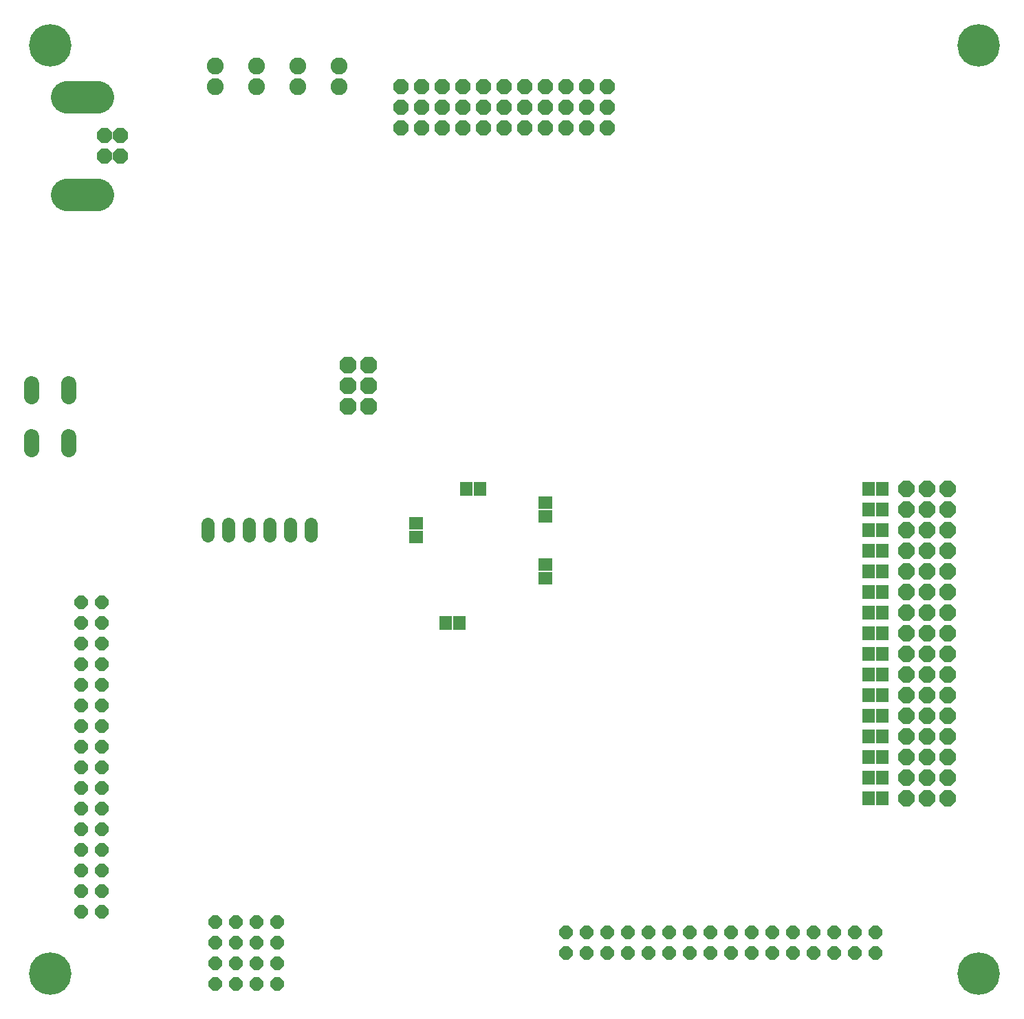
<source format=gbs>
G75*
%MOIN*%
%OFA0B0*%
%FSLAX24Y24*%
%IPPOS*%
%LPD*%
%AMOC8*
5,1,8,0,0,1.08239X$1,22.5*
%
%ADD10C,0.2060*%
%ADD11OC8,0.0820*%
%ADD12R,0.0671X0.0592*%
%ADD13R,0.0592X0.0671*%
%ADD14C,0.0820*%
%ADD15C,0.0720*%
%ADD16OC8,0.0740*%
%ADD17OC8,0.0780*%
%ADD18OC8,0.0714*%
%ADD19C,0.1582*%
%ADD20OC8,0.0635*%
%ADD21C,0.0635*%
D10*
X003000Y002680D03*
X003000Y047680D03*
X048000Y047680D03*
X048000Y002680D03*
D11*
X018450Y030180D03*
X018450Y031180D03*
X018450Y032180D03*
X017450Y032180D03*
X017450Y031180D03*
X017450Y030180D03*
D12*
X020750Y024515D03*
X020750Y023845D03*
X027000Y024845D03*
X027000Y025515D03*
X027000Y022515D03*
X027000Y021845D03*
D13*
X022835Y019680D03*
X022165Y019680D03*
X023165Y026180D03*
X023835Y026180D03*
X042665Y026180D03*
X043335Y026180D03*
X043335Y025180D03*
X042665Y025180D03*
X042665Y024180D03*
X043335Y024180D03*
X043335Y023180D03*
X042665Y023180D03*
X042665Y022180D03*
X043335Y022180D03*
X043335Y021180D03*
X042665Y021180D03*
X042665Y020180D03*
X043335Y020180D03*
X043335Y019180D03*
X042665Y019180D03*
X042665Y018180D03*
X043335Y018180D03*
X043335Y017180D03*
X042665Y017180D03*
X042665Y016180D03*
X043335Y016180D03*
X043335Y015180D03*
X042665Y015180D03*
X042665Y014180D03*
X043335Y014180D03*
X043335Y013180D03*
X042665Y013180D03*
X042665Y012180D03*
X043335Y012180D03*
X043335Y011180D03*
X042665Y011180D03*
D14*
X017000Y045680D03*
X017000Y046680D03*
X015000Y046680D03*
X015000Y045680D03*
X013000Y045680D03*
X013000Y046680D03*
X011000Y046680D03*
X011000Y045680D03*
D15*
X003890Y031280D02*
X003890Y030640D01*
X002110Y030640D02*
X002110Y031280D01*
X002110Y028720D02*
X002110Y028080D01*
X003890Y028080D02*
X003890Y028720D01*
D16*
X020000Y043680D03*
X020000Y044680D03*
X020000Y045680D03*
X021000Y045680D03*
X021000Y044680D03*
X021000Y043680D03*
X022000Y043680D03*
X022000Y044680D03*
X022000Y045680D03*
X023000Y045680D03*
X023000Y044680D03*
X023000Y043680D03*
X024000Y043680D03*
X024000Y044680D03*
X024000Y045680D03*
X025000Y045680D03*
X025000Y044680D03*
X025000Y043680D03*
X026000Y043680D03*
X026000Y044680D03*
X026000Y045680D03*
X027000Y045680D03*
X027000Y044680D03*
X027000Y043680D03*
X028000Y043680D03*
X028000Y044680D03*
X028000Y045680D03*
X029000Y045680D03*
X029000Y044680D03*
X029000Y043680D03*
X030000Y043680D03*
X030000Y044680D03*
X030000Y045680D03*
D17*
X044500Y026180D03*
X044500Y025180D03*
X044500Y024180D03*
X044500Y023180D03*
X044500Y022180D03*
X044500Y021180D03*
X044500Y020180D03*
X044500Y019180D03*
X044500Y018180D03*
X044500Y017180D03*
X044500Y016180D03*
X044500Y015180D03*
X044500Y014180D03*
X044500Y013180D03*
X044500Y012180D03*
X044500Y011180D03*
X045500Y011180D03*
X045500Y012180D03*
X045500Y013180D03*
X045500Y014180D03*
X045500Y015180D03*
X045500Y016180D03*
X045500Y017180D03*
X045500Y018180D03*
X045500Y019180D03*
X045500Y020180D03*
X045500Y021180D03*
X045500Y022180D03*
X045500Y023180D03*
X045500Y024180D03*
X045500Y025180D03*
X045500Y026180D03*
X046500Y026180D03*
X046500Y025180D03*
X046500Y024180D03*
X046500Y023180D03*
X046500Y022180D03*
X046500Y021180D03*
X046500Y020180D03*
X046500Y019180D03*
X046500Y018180D03*
X046500Y017180D03*
X046500Y016180D03*
X046500Y015180D03*
X046500Y014180D03*
X046500Y013180D03*
X046500Y012180D03*
X046500Y011180D03*
D18*
X006400Y042320D03*
X005620Y042320D03*
X005620Y043300D03*
X006400Y043300D03*
D19*
X005301Y045180D02*
X003799Y045180D01*
X003799Y040440D02*
X005301Y040440D01*
D20*
X005500Y020680D03*
X005500Y019680D03*
X005500Y018680D03*
X005500Y017680D03*
X005500Y016680D03*
X005500Y015680D03*
X005500Y014680D03*
X005500Y013680D03*
X005500Y012680D03*
X005500Y011680D03*
X005500Y010680D03*
X005500Y009680D03*
X005500Y008680D03*
X005500Y007680D03*
X005500Y006680D03*
X005500Y005680D03*
X004500Y005680D03*
X004500Y006680D03*
X004500Y007680D03*
X004500Y008680D03*
X004500Y009680D03*
X004500Y010680D03*
X004500Y011680D03*
X004500Y012680D03*
X004500Y013680D03*
X004500Y014680D03*
X004500Y015680D03*
X004500Y016680D03*
X004500Y017680D03*
X004500Y018680D03*
X004500Y019680D03*
X004500Y020680D03*
X011000Y005180D03*
X011000Y004180D03*
X011000Y003180D03*
X011000Y002180D03*
X012000Y002180D03*
X012000Y003180D03*
X012000Y004180D03*
X012000Y005180D03*
X013000Y005180D03*
X013000Y004180D03*
X013000Y003180D03*
X013000Y002180D03*
X014000Y002180D03*
X014000Y003180D03*
X014000Y004180D03*
X014000Y005180D03*
X028000Y004680D03*
X028000Y003680D03*
X029000Y003680D03*
X029000Y004680D03*
X030000Y004680D03*
X030000Y003680D03*
X031000Y003680D03*
X031000Y004680D03*
X032000Y004680D03*
X032000Y003680D03*
X033000Y003680D03*
X033000Y004680D03*
X034000Y004680D03*
X034000Y003680D03*
X035000Y003680D03*
X035000Y004680D03*
X036000Y004680D03*
X036000Y003680D03*
X037000Y003680D03*
X038000Y003680D03*
X038000Y004680D03*
X037000Y004680D03*
X039000Y004680D03*
X039000Y003680D03*
X040000Y003680D03*
X040000Y004680D03*
X041000Y004680D03*
X041000Y003680D03*
X042000Y003680D03*
X042000Y004680D03*
X043000Y004680D03*
X043000Y003680D03*
D21*
X015650Y023903D02*
X015650Y024457D01*
X014650Y024457D02*
X014650Y023903D01*
X013650Y023903D02*
X013650Y024457D01*
X012650Y024457D02*
X012650Y023903D01*
X011650Y023903D02*
X011650Y024457D01*
X010650Y024457D02*
X010650Y023903D01*
M02*

</source>
